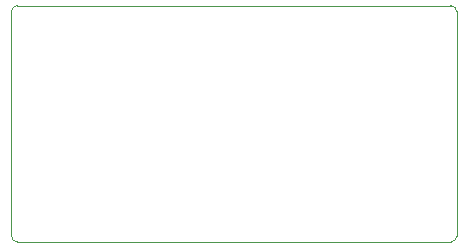
<source format=gm1>
%TF.GenerationSoftware,KiCad,Pcbnew,7.0.5*%
%TF.CreationDate,2023-06-19T14:48:12+02:00*%
%TF.ProjectId,candleLightfd-S01,63616e64-6c65-44c6-9967-687466642d53,R01*%
%TF.SameCoordinates,Original*%
%TF.FileFunction,Profile,NP*%
%FSLAX46Y46*%
G04 Gerber Fmt 4.6, Leading zero omitted, Abs format (unit mm)*
G04 Created by KiCad (PCBNEW 7.0.5) date 2023-06-19 14:48:12*
%MOMM*%
%LPD*%
G01*
G04 APERTURE LIST*
%TA.AperFunction,Profile*%
%ADD10C,0.050000*%
%TD*%
G04 APERTURE END LIST*
D10*
X138200000Y-140000000D02*
G75*
G03*
X138700000Y-139500000I0J500000D01*
G01*
X101000000Y-139500000D02*
X101000000Y-120500000D01*
X101500000Y-120000000D02*
X138200000Y-120000000D01*
X101000000Y-139500000D02*
G75*
G03*
X101500000Y-140000000I500000J0D01*
G01*
X138700000Y-120500000D02*
G75*
G03*
X138200000Y-120000000I-500000J0D01*
G01*
X138200000Y-140000000D02*
X101500000Y-140000000D01*
X138700000Y-120500000D02*
X138700000Y-139500000D01*
X101500000Y-120000000D02*
G75*
G03*
X101000000Y-120500000I0J-500000D01*
G01*
M02*

</source>
